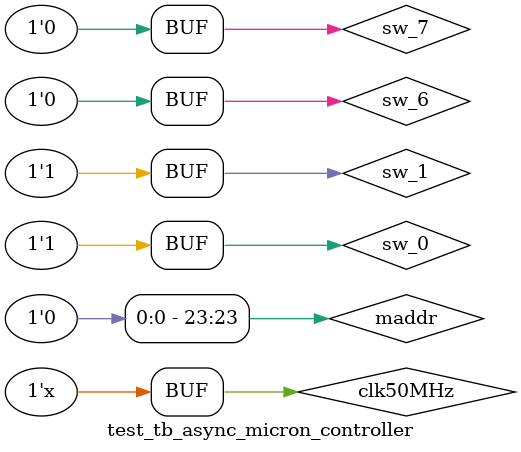
<source format=v>
`timescale 1ns / 1ps

module test_tb_async_micron_controller();

reg clk50MHz;
reg sw_0;
reg sw_1;
reg sw_6;
reg sw_7;
wire mwe_L;
wire moe_L;
wire madv_L;
wire mub_L;
wire mlb_L;
wire mce_L;
wire mcre;
wire [23:0] maddr;
assign maddr[23] = 1'b0;
wire [7:0] debug_out;
wire [15:0] mdata;
                                 
tb_async_micron_controller ctrl(.clk50MHz(clk50MHz), 
                               .sw_0(sw_0), //LSb addr
                               .sw_1(sw_1), //MSb addr
                               .sw_6(sw_6), //we
                               .sw_7(sw_7), //en
                               .mwe_L(mwe_L),
                               .moe_L(moe_L),
                               .madv_L(madv_L),
                               .mub_L(mub_L),
                               .mlb_L(mlb_L),
                               .mce_L(mce_L),
                               .mcre(mcre),
                               .maddr(maddr),
                               .debug_out(debug_out),
                               .mem_data(mdata));

initial begin
    clk50MHz <= 0;
    sw_0 <= 0;
    sw_1 <= 0;
    sw_6 <= 0;
    sw_7 <= 1;
    #20
    sw_7 <= 0;
    sw_6 <= 1;
    #300
    sw_6 <= 0;
    #400
    sw_0 <= 1;
    sw_1 <= 0;
    #20
    sw_0 <= 0;
    sw_1 <= 1;
    #20
    sw_0 <= 1;
    sw_1 <= 1;
end

always begin
    #10 clk50MHz = ~clk50MHz;
end

micron_sram_async #(.NUM_ELEMENTS(8)) ram 
                (.addr(maddr),
                 .adv_L(madv_L),
                 .ce_L(mce_L),
                 .oe_L(moe_L),
                 .we_L(mwe_L),
                 .mem_wait(mem_wait),
                 .data(mdata),
                 .ub_L(mub_L),
                 .lb_L(mlb_L));
                 
endmodule

</source>
